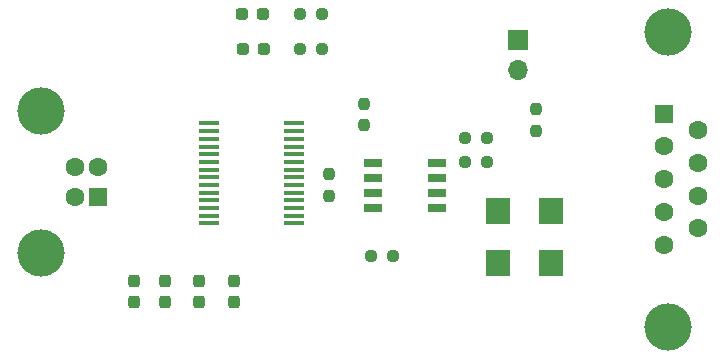
<source format=gbr>
%TF.GenerationSoftware,KiCad,Pcbnew,8.0.0*%
%TF.CreationDate,2024-03-20T19:58:24+09:00*%
%TF.ProjectId,USB-to-RS485-Converter-Small,5553422d-746f-42d5-9253-3438352d436f,1.0*%
%TF.SameCoordinates,Original*%
%TF.FileFunction,Soldermask,Top*%
%TF.FilePolarity,Negative*%
%FSLAX46Y46*%
G04 Gerber Fmt 4.6, Leading zero omitted, Abs format (unit mm)*
G04 Created by KiCad (PCBNEW 8.0.0) date 2024-03-20 19:58:24*
%MOMM*%
%LPD*%
G01*
G04 APERTURE LIST*
G04 Aperture macros list*
%AMRoundRect*
0 Rectangle with rounded corners*
0 $1 Rounding radius*
0 $2 $3 $4 $5 $6 $7 $8 $9 X,Y pos of 4 corners*
0 Add a 4 corners polygon primitive as box body*
4,1,4,$2,$3,$4,$5,$6,$7,$8,$9,$2,$3,0*
0 Add four circle primitives for the rounded corners*
1,1,$1+$1,$2,$3*
1,1,$1+$1,$4,$5*
1,1,$1+$1,$6,$7*
1,1,$1+$1,$8,$9*
0 Add four rect primitives between the rounded corners*
20,1,$1+$1,$2,$3,$4,$5,0*
20,1,$1+$1,$4,$5,$6,$7,0*
20,1,$1+$1,$6,$7,$8,$9,0*
20,1,$1+$1,$8,$9,$2,$3,0*%
G04 Aperture macros list end*
%ADD10R,1.525000X0.650000*%
%ADD11R,1.600000X1.600000*%
%ADD12C,1.600000*%
%ADD13C,4.000000*%
%ADD14RoundRect,0.237500X-0.237500X0.300000X-0.237500X-0.300000X0.237500X-0.300000X0.237500X0.300000X0*%
%ADD15RoundRect,0.237500X0.237500X-0.250000X0.237500X0.250000X-0.237500X0.250000X-0.237500X-0.250000X0*%
%ADD16RoundRect,0.237500X-0.237500X0.250000X-0.237500X-0.250000X0.237500X-0.250000X0.237500X0.250000X0*%
%ADD17RoundRect,0.237500X0.250000X0.237500X-0.250000X0.237500X-0.250000X-0.237500X0.250000X-0.237500X0*%
%ADD18R,2.150000X2.200000*%
%ADD19RoundRect,0.237500X-0.250000X-0.237500X0.250000X-0.237500X0.250000X0.237500X-0.250000X0.237500X0*%
%ADD20R,1.700000X1.700000*%
%ADD21O,1.700000X1.700000*%
%ADD22RoundRect,0.237500X-0.287500X-0.237500X0.287500X-0.237500X0.287500X0.237500X-0.287500X0.237500X0*%
%ADD23R,1.750000X0.450000*%
G04 APERTURE END LIST*
D10*
%TO.C,IC1*%
X147475500Y-99182500D03*
X147475500Y-100452500D03*
X147475500Y-101722500D03*
X147475500Y-102992500D03*
X152899500Y-102992500D03*
X152899500Y-101722500D03*
X152899500Y-100452500D03*
X152899500Y-99182500D03*
%TD*%
D11*
%TO.C,J2*%
X124187500Y-102087500D03*
D12*
X124187500Y-99587500D03*
X122187500Y-99587500D03*
X122187500Y-102087500D03*
D13*
X119327500Y-106837500D03*
X119327500Y-94837500D03*
%TD*%
D14*
%TO.C,C3*%
X132687500Y-109225000D03*
X132687500Y-110950000D03*
%TD*%
D15*
%TO.C,R4*%
X146687500Y-96000000D03*
X146687500Y-94175000D03*
%TD*%
D16*
%TO.C,R5*%
X143687500Y-100175000D03*
X143687500Y-102000000D03*
%TD*%
D14*
%TO.C,C1*%
X127187500Y-109225000D03*
X127187500Y-110950000D03*
%TD*%
D17*
%TO.C,R2*%
X157100000Y-99087500D03*
X155275000Y-99087500D03*
%TD*%
D18*
%TO.C,D2*%
X162500000Y-103300000D03*
X162500000Y-107700000D03*
%TD*%
D19*
%TO.C,R3*%
X147275000Y-107087500D03*
X149100000Y-107087500D03*
%TD*%
D17*
%TO.C,R7*%
X143100000Y-89587500D03*
X141275000Y-89587500D03*
%TD*%
D20*
%TO.C,J1*%
X159687500Y-88812500D03*
D21*
X159687500Y-91352500D03*
%TD*%
D15*
%TO.C,R6*%
X161275000Y-96500000D03*
X161275000Y-94675000D03*
%TD*%
D22*
%TO.C,D4*%
X136437500Y-89587500D03*
X138187500Y-89587500D03*
%TD*%
D19*
%TO.C,R1*%
X155275000Y-97087500D03*
X157100000Y-97087500D03*
%TD*%
D14*
%TO.C,C4*%
X135687500Y-109225000D03*
X135687500Y-110950000D03*
%TD*%
%TO.C,C2*%
X129825000Y-109225000D03*
X129825000Y-110950000D03*
%TD*%
D18*
%TO.C,D1*%
X158000000Y-103300000D03*
X158000000Y-107700000D03*
%TD*%
D22*
%TO.C,D3*%
X136367500Y-86587500D03*
X138117500Y-86587500D03*
%TD*%
D13*
%TO.C,J3*%
X172407169Y-113077500D03*
X172407169Y-88077500D03*
D11*
X172107169Y-95037500D03*
D12*
X172107169Y-97807500D03*
X172107169Y-100577500D03*
X172107169Y-103347500D03*
X172107169Y-106117500D03*
X174947169Y-96422500D03*
X174947169Y-99192500D03*
X174947169Y-101962500D03*
X174947169Y-104732500D03*
%TD*%
D17*
%TO.C,R8*%
X143100000Y-86587500D03*
X141275000Y-86587500D03*
%TD*%
D23*
%TO.C,U1*%
X133587500Y-95862500D03*
X133587500Y-96512500D03*
X133587500Y-97162500D03*
X133587500Y-97812500D03*
X133587500Y-98462500D03*
X133587500Y-99112500D03*
X133587500Y-99762500D03*
X133587500Y-100412500D03*
X133587500Y-101062500D03*
X133587500Y-101712500D03*
X133587500Y-102362500D03*
X133587500Y-103012500D03*
X133587500Y-103662500D03*
X133587500Y-104312500D03*
X140787500Y-104312500D03*
X140787500Y-103662500D03*
X140787500Y-103012500D03*
X140787500Y-102362500D03*
X140787500Y-101712500D03*
X140787500Y-101062500D03*
X140787500Y-100412500D03*
X140787500Y-99762500D03*
X140787500Y-99112500D03*
X140787500Y-98462500D03*
X140787500Y-97812500D03*
X140787500Y-97162500D03*
X140787500Y-96512500D03*
X140787500Y-95862500D03*
%TD*%
M02*

</source>
